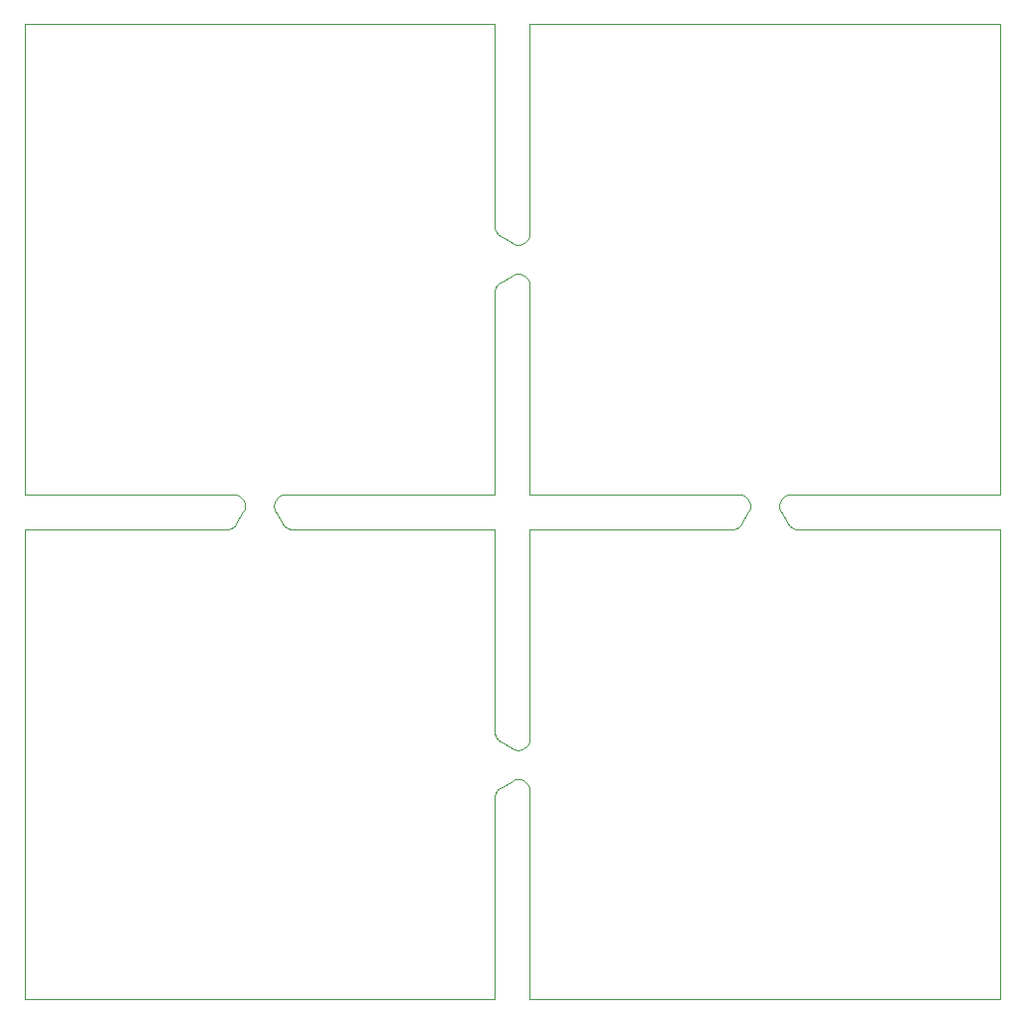
<source format=gko>
%MOIN*%
%OFA0B0*%
%FSLAX36Y36*%
%IPPOS*%
%LPD*%
%ADD10C,0*%
D10*
X000875435Y002362204D02*
X000875435Y002362204D01*
X001574799Y002362204D01*
X001574799Y003038252D01*
X001574852Y003040290D01*
X001575010Y003042323D01*
X001575274Y003044346D01*
X001575641Y003046352D01*
X001576112Y003048336D01*
X001576686Y003050293D01*
X001577359Y003052217D01*
X001578132Y003054105D01*
X001579001Y003055950D01*
X001579965Y003057747D01*
X001581020Y003059492D01*
X001582164Y003061180D01*
X001583395Y003062806D01*
X001584707Y003064367D01*
X001586099Y003065857D01*
X001587566Y003067274D01*
X001589105Y003068612D01*
X001590710Y003069870D01*
X001592379Y003071042D01*
X001594106Y003072126D01*
X001633480Y003095446D01*
X001637151Y003097367D01*
X001641003Y003098891D01*
X001644994Y003100002D01*
X001649079Y003100688D01*
X001653214Y003100940D01*
X001657353Y003100757D01*
X001661450Y003100140D01*
X001665459Y003099095D01*
X001669336Y003097635D01*
X001673038Y003095776D01*
X001676524Y003093538D01*
X001679756Y003090946D01*
X001682698Y003088029D01*
X001685316Y003084819D01*
X001687583Y003081351D01*
X001689473Y003077665D01*
X001690966Y003073800D01*
X001692043Y003069800D01*
X001692695Y003065709D01*
X001692913Y003061572D01*
X001692913Y002362204D01*
X002392280Y002362204D01*
X002396417Y002361986D01*
X002400509Y002361335D01*
X002404509Y002360257D01*
X002408373Y002358765D01*
X002412060Y002356875D01*
X002415528Y002354608D01*
X002418738Y002351989D01*
X002421655Y002349047D01*
X002424247Y002345816D01*
X002426485Y002342329D01*
X002428344Y002338627D01*
X002429804Y002334750D01*
X002430848Y002330741D01*
X002431466Y002326645D01*
X002431649Y002322506D01*
X002431397Y002318371D01*
X002430711Y002314285D01*
X002429600Y002310294D01*
X002428075Y002306442D01*
X002426155Y002302771D01*
X002402835Y002263398D01*
X002401751Y002261670D01*
X002400578Y002260002D01*
X002399321Y002258396D01*
X002397983Y002256858D01*
X002396566Y002255390D01*
X002395076Y002253999D01*
X002393515Y002252686D01*
X002391888Y002251456D01*
X002390200Y002250311D01*
X002388456Y002249256D01*
X002386658Y002248292D01*
X002384813Y002247423D01*
X002382926Y002246651D01*
X002381001Y002245977D01*
X002379044Y002245404D01*
X002377060Y002244933D01*
X002375054Y002244565D01*
X002373032Y002244302D01*
X002370999Y002244143D01*
X002368960Y002244090D01*
X001692913Y002244090D01*
X001692913Y001544727D01*
X001692695Y001540590D01*
X001692043Y001536498D01*
X001690966Y001532498D01*
X001689473Y001528633D01*
X001687583Y001524947D01*
X001685316Y001521479D01*
X001682698Y001518269D01*
X001679756Y001515352D01*
X001676524Y001512760D01*
X001673038Y001510522D01*
X001669336Y001508663D01*
X001665459Y001507203D01*
X001661450Y001506159D01*
X001657353Y001505541D01*
X001653214Y001505358D01*
X001649079Y001505610D01*
X001644994Y001506296D01*
X001641003Y001507407D01*
X001637151Y001508931D01*
X001633480Y001510852D01*
X001594106Y001534172D01*
X001592379Y001535256D01*
X001590710Y001536429D01*
X001589105Y001537686D01*
X001587566Y001539024D01*
X001586099Y001540441D01*
X001584707Y001541931D01*
X001583395Y001543492D01*
X001582164Y001545118D01*
X001581020Y001546806D01*
X001579965Y001548551D01*
X001579001Y001550349D01*
X001578132Y001552193D01*
X001577359Y001554081D01*
X001576686Y001556005D01*
X001576112Y001557963D01*
X001575641Y001559947D01*
X001575274Y001561953D01*
X001575010Y001563975D01*
X001574852Y001566008D01*
X001574799Y001568047D01*
X001574799Y002244090D01*
X000898755Y002244090D01*
X000896717Y002244143D01*
X000894683Y002244302D01*
X000892661Y002244565D01*
X000890655Y002244933D01*
X000888671Y002245404D01*
X000886714Y002245977D01*
X000884789Y002246651D01*
X000882902Y002247423D01*
X000881057Y002248292D01*
X000879260Y002249256D01*
X000877515Y002250311D01*
X000875827Y002251456D01*
X000874201Y002252686D01*
X000872640Y002253999D01*
X000871149Y002255390D01*
X000869733Y002256858D01*
X000868394Y002258396D01*
X000867137Y002260002D01*
X000865965Y002261670D01*
X000864881Y002263398D01*
X000841561Y002302771D01*
X000839640Y002306442D01*
X000838116Y002310294D01*
X000837005Y002314285D01*
X000836319Y002318371D01*
X000836067Y002322506D01*
X000836250Y002326645D01*
X000836867Y002330741D01*
X000837912Y002334750D01*
X000839372Y002338627D01*
X000841231Y002342329D01*
X000843469Y002345816D01*
X000846061Y002349047D01*
X000848978Y002351989D01*
X000852188Y002354608D01*
X000855656Y002356875D01*
X000859342Y002358765D01*
X000863207Y002360257D01*
X000867207Y002361335D01*
X000871298Y002361986D01*
X000875435Y002362204D01*
X001574799Y003937004D02*
X001574799Y003937004D01*
X000000000Y003937004D01*
X000000000Y002362204D01*
X000699367Y002362204D01*
X000703504Y002361986D01*
X000707595Y002361335D01*
X000711595Y002360257D01*
X000715460Y002358765D01*
X000719147Y002356875D01*
X000722614Y002354608D01*
X000725824Y002351989D01*
X000728741Y002349047D01*
X000731333Y002345816D01*
X000733571Y002342329D01*
X000735431Y002338627D01*
X000736890Y002334750D01*
X000737935Y002330741D01*
X000738552Y002326645D01*
X000738736Y002322506D01*
X000738483Y002318371D01*
X000737798Y002314285D01*
X000736686Y002310294D01*
X000735162Y002306442D01*
X000733241Y002302771D01*
X000709921Y002263398D01*
X000708837Y002261670D01*
X000707665Y002260002D01*
X000706408Y002258396D01*
X000705069Y002256858D01*
X000703653Y002255390D01*
X000702162Y002253999D01*
X000700602Y002252686D01*
X000698975Y002251456D01*
X000697287Y002250311D01*
X000695542Y002249256D01*
X000693745Y002248292D01*
X000691900Y002247423D01*
X000690013Y002246651D01*
X000688088Y002245977D01*
X000686131Y002245404D01*
X000684147Y002244933D01*
X000682141Y002244565D01*
X000680119Y002244302D01*
X000678086Y002244143D01*
X000676047Y002244090D01*
X000000000Y002244090D01*
X000000000Y000669291D01*
X001574799Y000669291D01*
X001574799Y001345338D01*
X001574852Y001347377D01*
X001575010Y001349410D01*
X001575274Y001351432D01*
X001575641Y001353438D01*
X001576112Y001355422D01*
X001576686Y001357379D01*
X001577359Y001359304D01*
X001578132Y001361191D01*
X001579001Y001363036D01*
X001579965Y001364833D01*
X001581020Y001366578D01*
X001582164Y001368266D01*
X001583395Y001369893D01*
X001584707Y001371453D01*
X001586099Y001372944D01*
X001587566Y001374360D01*
X001589105Y001375699D01*
X001590710Y001376956D01*
X001592379Y001378128D01*
X001594106Y001379213D01*
X001633480Y001402533D01*
X001637151Y001404453D01*
X001641003Y001405978D01*
X001644994Y001407089D01*
X001649079Y001407774D01*
X001653214Y001408027D01*
X001657353Y001407843D01*
X001661450Y001407226D01*
X001665459Y001406182D01*
X001669336Y001404722D01*
X001673038Y001402863D01*
X001676524Y001400625D01*
X001679756Y001398033D01*
X001682698Y001395116D01*
X001685316Y001391906D01*
X001687583Y001388438D01*
X001689473Y001384751D01*
X001690966Y001380887D01*
X001692043Y001376887D01*
X001692695Y001372795D01*
X001692913Y001368658D01*
X001692913Y000669291D01*
X003267712Y000669291D01*
X003267712Y002244090D01*
X002591669Y002244090D01*
X002589630Y002244143D01*
X002587597Y002244302D01*
X002585575Y002244565D01*
X002583569Y002244933D01*
X002581585Y002245404D01*
X002579628Y002245977D01*
X002577703Y002246651D01*
X002575815Y002247423D01*
X002573971Y002248292D01*
X002572173Y002249256D01*
X002570428Y002250311D01*
X002568740Y002251456D01*
X002567114Y002252686D01*
X002565553Y002253999D01*
X002564063Y002255390D01*
X002562646Y002256858D01*
X002561308Y002258396D01*
X002560051Y002260002D01*
X002558878Y002261670D01*
X002557794Y002263398D01*
X002534474Y002302771D01*
X002532553Y002306442D01*
X002531029Y002310294D01*
X002529918Y002314285D01*
X002529232Y002318371D01*
X002528980Y002322506D01*
X002529163Y002326645D01*
X002529781Y002330741D01*
X002530825Y002334750D01*
X002532285Y002338627D01*
X002534144Y002342329D01*
X002536382Y002345816D01*
X002538974Y002349047D01*
X002541891Y002351989D01*
X002545101Y002354608D01*
X002548569Y002356875D01*
X002552255Y002358765D01*
X002556120Y002360257D01*
X002560120Y002361335D01*
X002564212Y002361986D01*
X002568349Y002362204D01*
X003267712Y002362204D01*
X003267712Y003937004D01*
X001692913Y003937004D01*
X001692913Y003237640D01*
X001692695Y003233503D01*
X001692043Y003229412D01*
X001690966Y003225412D01*
X001689473Y003221547D01*
X001687583Y003217860D01*
X001685316Y003214393D01*
X001682698Y003211183D01*
X001679756Y003208265D01*
X001676524Y003205674D01*
X001673038Y003203436D01*
X001669336Y003201576D01*
X001665459Y003200116D01*
X001661450Y003199072D01*
X001657353Y003198455D01*
X001653214Y003198271D01*
X001649079Y003198524D01*
X001644994Y003199209D01*
X001641003Y003200320D01*
X001637151Y003201845D01*
X001633480Y003203765D01*
X001594106Y003227085D01*
X001592379Y003228170D01*
X001590710Y003229342D01*
X001589105Y003230599D01*
X001587566Y003231938D01*
X001586099Y003233354D01*
X001584707Y003234845D01*
X001583395Y003236405D01*
X001582164Y003238032D01*
X001581020Y003239720D01*
X001579965Y003241465D01*
X001579001Y003243262D01*
X001578132Y003245107D01*
X001577359Y003246994D01*
X001576686Y003248919D01*
X001576112Y003250876D01*
X001575641Y003252860D01*
X001575274Y003254866D01*
X001575010Y003256888D01*
X001574852Y003258921D01*
X001574799Y003260960D01*
X001574799Y003937004D01*
M02*
</source>
